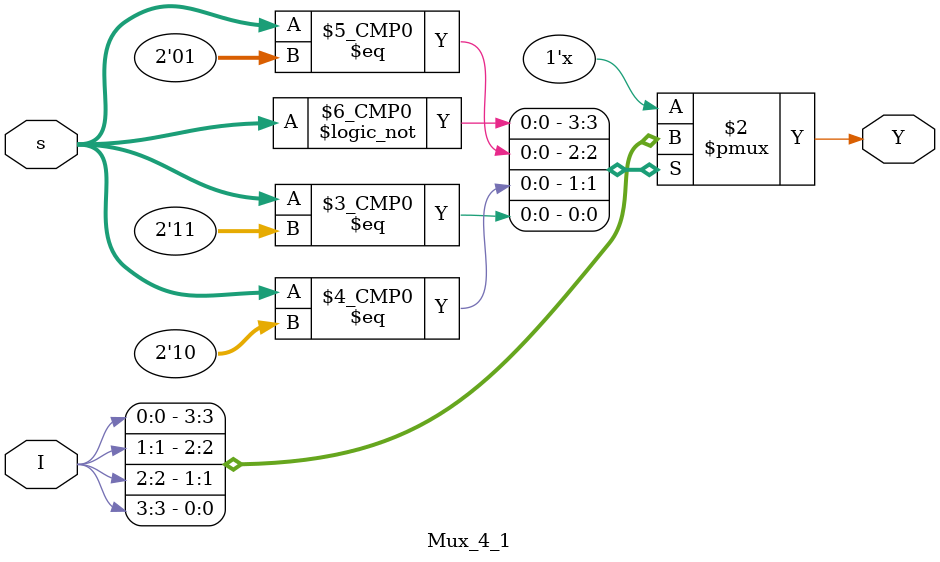
<source format=sv>
`timescale 1ns/10ps

module Mux_4_1(
  input [3:0] I,
  input [1:0] s,
  output reg Y);  // "Y" Declared as a register to keep its value through events
  
  always @ (s[0], s[1], I[0], I[1], I[2], I[3]) // If something changes
    case (s)
      2'b00 : Y = I[0];
      2'b01 : Y = I[1];
      2'b10 : Y = I[2];
      2'b11 : Y = I[3];
    endcase
endmodule
</source>
